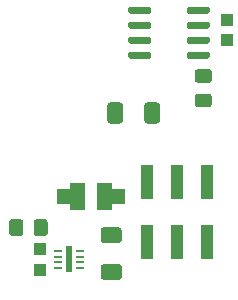
<source format=gbs>
G04 #@! TF.GenerationSoftware,KiCad,Pcbnew,7.0.2.1-36-g582732918d-dirty-deb11*
G04 #@! TF.CreationDate,2023-05-26T10:49:01+00:00*
G04 #@! TF.ProjectId,pedalboard-led-ring,70656461-6c62-46f6-9172-642d6c65642d,rev?*
G04 #@! TF.SameCoordinates,Original*
G04 #@! TF.FileFunction,Soldermask,Bot*
G04 #@! TF.FilePolarity,Negative*
%FSLAX46Y46*%
G04 Gerber Fmt 4.6, Leading zero omitted, Abs format (unit mm)*
G04 Created by KiCad (PCBNEW 7.0.2.1-36-g582732918d-dirty-deb11) date 2023-05-26 10:49:01*
%MOMM*%
%LPD*%
G01*
G04 APERTURE LIST*
%ADD10C,0.010000*%
%ADD11R,1.000000X3.000000*%
%ADD12R,1.000000X1.000000*%
%ADD13R,0.700000X0.250000*%
%ADD14R,0.610000X2.200000*%
G04 APERTURE END LIST*
D10*
X7700000Y-7700000D02*
X6500000Y-7700000D01*
X6500000Y-7200000D01*
X5400000Y-7200000D01*
X5400000Y-6000000D01*
X6500000Y-6000000D01*
X6500000Y-5500000D01*
X7700000Y-5500000D01*
X7700000Y-7700000D01*
G36*
X7700000Y-7700000D02*
G01*
X6500000Y-7700000D01*
X6500000Y-7200000D01*
X5400000Y-7200000D01*
X5400000Y-6000000D01*
X6500000Y-6000000D01*
X6500000Y-5500000D01*
X7700000Y-5500000D01*
X7700000Y-7700000D01*
G37*
X10000000Y-6000000D02*
X11100000Y-6000000D01*
X11100000Y-7200000D01*
X10000000Y-7200000D01*
X10000000Y-7700000D01*
X8800000Y-7700000D01*
X8800000Y-5500000D01*
X10000000Y-5500000D01*
X10000000Y-6000000D01*
G36*
X10000000Y-6000000D02*
G01*
X11100000Y-6000000D01*
X11100000Y-7200000D01*
X10000000Y-7200000D01*
X10000000Y-7700000D01*
X8800000Y-7700000D01*
X8800000Y-5500000D01*
X10000000Y-5500000D01*
X10000000Y-6000000D01*
G37*
G36*
G01*
X11450000Y5145000D02*
X11450000Y5445000D01*
G75*
G02*
X11600000Y5595000I150000J0D01*
G01*
X13250000Y5595000D01*
G75*
G02*
X13400000Y5445000I0J-150000D01*
G01*
X13400000Y5145000D01*
G75*
G02*
X13250000Y4995000I-150000J0D01*
G01*
X11600000Y4995000D01*
G75*
G02*
X11450000Y5145000I0J150000D01*
G01*
G37*
G36*
G01*
X11450000Y6415000D02*
X11450000Y6715000D01*
G75*
G02*
X11600000Y6865000I150000J0D01*
G01*
X13250000Y6865000D01*
G75*
G02*
X13400000Y6715000I0J-150000D01*
G01*
X13400000Y6415000D01*
G75*
G02*
X13250000Y6265000I-150000J0D01*
G01*
X11600000Y6265000D01*
G75*
G02*
X11450000Y6415000I0J150000D01*
G01*
G37*
G36*
G01*
X11450000Y7685000D02*
X11450000Y7985000D01*
G75*
G02*
X11600000Y8135000I150000J0D01*
G01*
X13250000Y8135000D01*
G75*
G02*
X13400000Y7985000I0J-150000D01*
G01*
X13400000Y7685000D01*
G75*
G02*
X13250000Y7535000I-150000J0D01*
G01*
X11600000Y7535000D01*
G75*
G02*
X11450000Y7685000I0J150000D01*
G01*
G37*
G36*
G01*
X11450000Y8955000D02*
X11450000Y9255000D01*
G75*
G02*
X11600000Y9405000I150000J0D01*
G01*
X13250000Y9405000D01*
G75*
G02*
X13400000Y9255000I0J-150000D01*
G01*
X13400000Y8955000D01*
G75*
G02*
X13250000Y8805000I-150000J0D01*
G01*
X11600000Y8805000D01*
G75*
G02*
X11450000Y8955000I0J150000D01*
G01*
G37*
G36*
G01*
X16400000Y8955000D02*
X16400000Y9255000D01*
G75*
G02*
X16550000Y9405000I150000J0D01*
G01*
X18200000Y9405000D01*
G75*
G02*
X18350000Y9255000I0J-150000D01*
G01*
X18350000Y8955000D01*
G75*
G02*
X18200000Y8805000I-150000J0D01*
G01*
X16550000Y8805000D01*
G75*
G02*
X16400000Y8955000I0J150000D01*
G01*
G37*
G36*
G01*
X16400000Y7685000D02*
X16400000Y7985000D01*
G75*
G02*
X16550000Y8135000I150000J0D01*
G01*
X18200000Y8135000D01*
G75*
G02*
X18350000Y7985000I0J-150000D01*
G01*
X18350000Y7685000D01*
G75*
G02*
X18200000Y7535000I-150000J0D01*
G01*
X16550000Y7535000D01*
G75*
G02*
X16400000Y7685000I0J150000D01*
G01*
G37*
G36*
G01*
X16400000Y6415000D02*
X16400000Y6715000D01*
G75*
G02*
X16550000Y6865000I150000J0D01*
G01*
X18200000Y6865000D01*
G75*
G02*
X18350000Y6715000I0J-150000D01*
G01*
X18350000Y6415000D01*
G75*
G02*
X18200000Y6265000I-150000J0D01*
G01*
X16550000Y6265000D01*
G75*
G02*
X16400000Y6415000I0J150000D01*
G01*
G37*
G36*
G01*
X16400000Y5145000D02*
X16400000Y5445000D01*
G75*
G02*
X16550000Y5595000I150000J0D01*
G01*
X18200000Y5595000D01*
G75*
G02*
X18350000Y5445000I0J-150000D01*
G01*
X18350000Y5145000D01*
G75*
G02*
X18200000Y4995000I-150000J0D01*
G01*
X16550000Y4995000D01*
G75*
G02*
X16400000Y5145000I0J150000D01*
G01*
G37*
G36*
G01*
X9675000Y-250000D02*
X9675000Y1050000D01*
G75*
G02*
X9925000Y1300000I250000J0D01*
G01*
X10750000Y1300000D01*
G75*
G02*
X11000000Y1050000I0J-250000D01*
G01*
X11000000Y-250000D01*
G75*
G02*
X10750000Y-500000I-250000J0D01*
G01*
X9925000Y-500000D01*
G75*
G02*
X9675000Y-250000I0J250000D01*
G01*
G37*
G36*
G01*
X12800000Y-250000D02*
X12800000Y1050000D01*
G75*
G02*
X13050000Y1300000I250000J0D01*
G01*
X13875000Y1300000D01*
G75*
G02*
X14125000Y1050000I0J-250000D01*
G01*
X14125000Y-250000D01*
G75*
G02*
X13875000Y-500000I-250000J0D01*
G01*
X13050000Y-500000D01*
G75*
G02*
X12800000Y-250000I0J250000D01*
G01*
G37*
D11*
X13060000Y-10520000D03*
X13060000Y-5480000D03*
X15600000Y-10520000D03*
X15600000Y-5480000D03*
X18140000Y-10520000D03*
X18140000Y-5480000D03*
D12*
X4000000Y-11150000D03*
X4000000Y-12850000D03*
X19800000Y6550000D03*
X19800000Y8250000D03*
D13*
X7325000Y-11250000D03*
X7325000Y-11750000D03*
X7325000Y-12250000D03*
X7325000Y-12750000D03*
X5475000Y-12750000D03*
X5475000Y-12250000D03*
X5475000Y-11750000D03*
X5475000Y-11250000D03*
D14*
X6400000Y-12000000D03*
G36*
G01*
X17325000Y4125000D02*
X18275000Y4125000D01*
G75*
G02*
X18525000Y3875000I0J-250000D01*
G01*
X18525000Y3200000D01*
G75*
G02*
X18275000Y2950000I-250000J0D01*
G01*
X17325000Y2950000D01*
G75*
G02*
X17075000Y3200000I0J250000D01*
G01*
X17075000Y3875000D01*
G75*
G02*
X17325000Y4125000I250000J0D01*
G01*
G37*
G36*
G01*
X17325000Y2050000D02*
X18275000Y2050000D01*
G75*
G02*
X18525000Y1800000I0J-250000D01*
G01*
X18525000Y1125000D01*
G75*
G02*
X18275000Y875000I-250000J0D01*
G01*
X17325000Y875000D01*
G75*
G02*
X17075000Y1125000I0J250000D01*
G01*
X17075000Y1800000D01*
G75*
G02*
X17325000Y2050000I250000J0D01*
G01*
G37*
G36*
G01*
X4625000Y-8825000D02*
X4625000Y-9775000D01*
G75*
G02*
X4375000Y-10025000I-250000J0D01*
G01*
X3700000Y-10025000D01*
G75*
G02*
X3450000Y-9775000I0J250000D01*
G01*
X3450000Y-8825000D01*
G75*
G02*
X3700000Y-8575000I250000J0D01*
G01*
X4375000Y-8575000D01*
G75*
G02*
X4625000Y-8825000I0J-250000D01*
G01*
G37*
G36*
G01*
X2550000Y-8825000D02*
X2550000Y-9775000D01*
G75*
G02*
X2300000Y-10025000I-250000J0D01*
G01*
X1625000Y-10025000D01*
G75*
G02*
X1375000Y-9775000I0J250000D01*
G01*
X1375000Y-8825000D01*
G75*
G02*
X1625000Y-8575000I250000J0D01*
G01*
X2300000Y-8575000D01*
G75*
G02*
X2550000Y-8825000I0J-250000D01*
G01*
G37*
G36*
G01*
X10650000Y-13725000D02*
X9350000Y-13725000D01*
G75*
G02*
X9100000Y-13475000I0J250000D01*
G01*
X9100000Y-12650000D01*
G75*
G02*
X9350000Y-12400000I250000J0D01*
G01*
X10650000Y-12400000D01*
G75*
G02*
X10900000Y-12650000I0J-250000D01*
G01*
X10900000Y-13475000D01*
G75*
G02*
X10650000Y-13725000I-250000J0D01*
G01*
G37*
G36*
G01*
X10650000Y-10600000D02*
X9350000Y-10600000D01*
G75*
G02*
X9100000Y-10350000I0J250000D01*
G01*
X9100000Y-9525000D01*
G75*
G02*
X9350000Y-9275000I250000J0D01*
G01*
X10650000Y-9275000D01*
G75*
G02*
X10900000Y-9525000I0J-250000D01*
G01*
X10900000Y-10350000D01*
G75*
G02*
X10650000Y-10600000I-250000J0D01*
G01*
G37*
M02*

</source>
